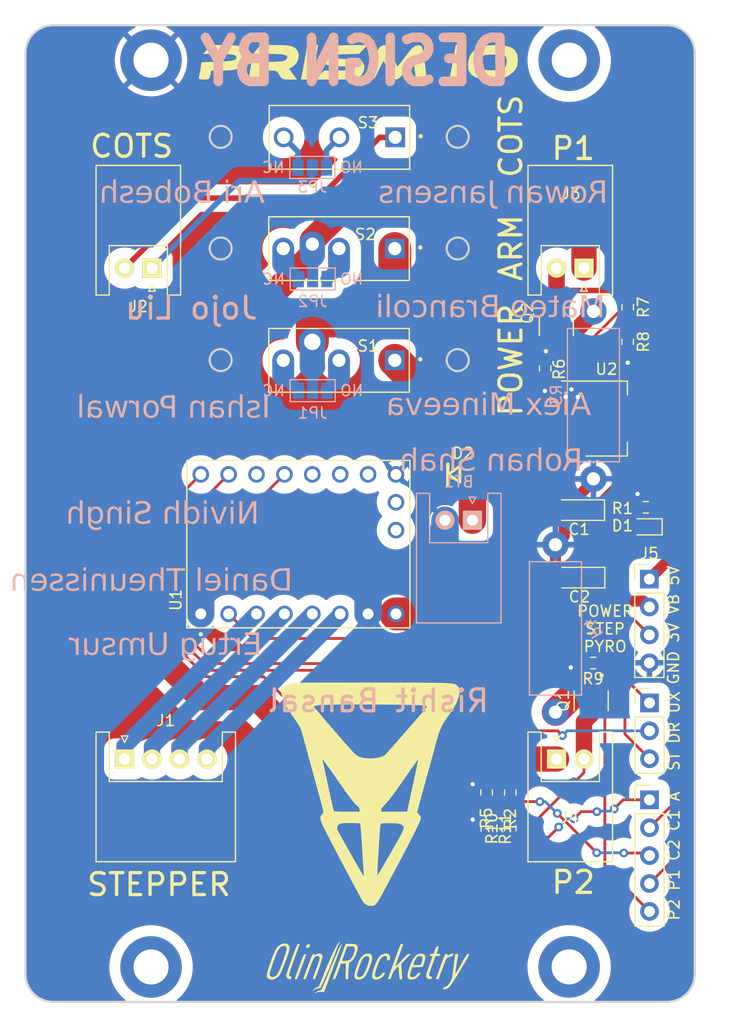
<source format=kicad_pcb>
(kicad_pcb (version 20221018) (generator pcbnew)
  (layers (0 "F.Cu" signal) (31 "B.Cu" signal) (34 "B.Paste" user) (35 "F.Paste" user) (36 "B.SilkS" user "B.Silkscreen") (37 "F.SilkS" user "F.Silkscreen") (38 "B.Mask" user) (39 "F.Mask" user) (44 "Edge.Cuts" user))
  (net 0 "")
  (net 1 "/ARM")
  (net 2 "/CONT 2")
  (net 3 "/CONT 1")
  (net 4 "/PYRO 2")
  (net 5 "/PYRO 1")
  (net 6 "/V_BATT")
  (net 7 "GND")
  (net 8 "/SWITCH1")
  (net 9 "Net-(BT1-+)")
  (net 10 "/5V")
  (net 11 "/V_IGNITOR")
  (net 12 "Net-(D1-K)")
  (net 13 "Net-(J1-Pin_1)")
  (net 14 "Net-(J1-Pin_2)")
  (net 15 "Net-(J1-Pin_3)")
  (net 16 "Net-(J1-Pin_4)")
  (net 17 "Net-(J2-Pin_1)")
  (net 18 "Net-(J2-Pin_2)")
  (net 19 "Net-(J3-Pin_2)")
  (net 20 "Net-(J4-Pin_2)")
  (net 21 "Net-(JP1-A)")
  (net 22 "Net-(JP1-B)")
  (net 23 "Net-(JP2-A)")
  (net 24 "Net-(JP2-B)")
  (net 25 "Net-(JP3-A)")
  (net 26 "Net-(JP3-B)")
  (net 27 "/DIR")
  (net 28 "/STEP")
  (net 30 "/UART")
  (net 36 "Net-(Q2-Pad2)")
  (net 37 "Net-(Q1-Pad2)")
  (net 38 "/3.3V")
  (footprint "Connector_PinHeader_2.54mm:PinHeader_1x04_P2.54mm_Vertical" (layer "F.Cu") (at 174.21 100.97)
    (fp_text reference "J5" (at 0 -2.33) (layer "F.SilkS"))
    (fp_text value "Conn_01x04_Socket")
    (pad "1" thru_hole rect (at 0 0) (size 1.7 1.7) (drill 1) (layers "*.Cu" "*.Mask") (net 10 "/5V"))
    (pad "2" thru_hole oval (at 0 2.54) (size 1.7 1.7) (drill 1) (layers "*.Cu" "*.Mask") (net 6 "/V_BATT"))
    (pad "3" thru_hole oval (at 0 5.08) (size 1.7 1.7) (drill 1) (layers "*.Cu" "*.Mask") (net 38 "/3.3V"))
    (pad "4" thru_hole oval (at 0 7.62) (size 1.7 1.7) (drill 1) (layers "*.Cu" "*.Mask") (net 7 "GND"))
  )
  (footprint "rocketry_footprints:SOT95P280X125-3N" (layer "F.Cu") (at 165.735 77.9175 90)
    (fp_text reference "Q2" (at 1.175 -2.635 90) (layer "F.SilkS"))
    (fp_text value "AO3400A")
    (pad "1" smd roundrect (at -1.255 -0.95 90) (size 1.21 0.59) (layers "F.Cu" "F.Paste" "F.Mask") (roundrect_rratio 0.15) (net 5 "/PYRO 1"))
    (pad "2" smd roundrect (at -1.255 0.95 90) (size 1.21 0.59) (layers "F.Cu" "F.Paste" "F.Mask") (roundrect_rratio 0.15) (net 36 "Net-(Q2-Pad2)"))
    (pad "3" smd roundrect (at 1.255 0 90) (size 1.21 0.59) (layers "F.Cu" "F.Paste" "F.Mask") (roundrect_rratio 0.15) (net 19 "Net-(J3-Pin_2)"))
  )
  (footprint "LOGO" (layer "F.Cu") (at 148.7932 120.5484)
    (fp_text reference "G***" hide)
    (fp_text value "LOGO" hide)
  )
  (footprint "MountingHole:MountingHole_3.2mm_M3_DIN965_Pad_TopBottom" (layer "F.Cu") (at 128.821044 136.276378)
    (fp_text reference "H4")
    (fp_text value "MountingHole")
    (pad "1" thru_hole circle (at 0 0) (size 3.6 3.6) (drill 3.2) (layers "*.Cu" "*.Mask"))
    (pad "1" connect circle (at 0 0) (size 5.6 5.6) (layers "F.Cu" "F.Mask"))
    (pad "1" connect circle (at 0 0) (size 5.6 5.6) (layers "B.Cu" "B.Mask"))
  )
  (footprint "JLC_footprints:DO-214AC" (layer "F.Cu") (at 156.7 91.44)
    (fp_text reference "D2" (at 0.535 -1.921) (layer "F.SilkS"))
    (fp_text value "SS54")
    (pad "A" smd rect (at 2.05 0) (size 1.8 1.7) (layers "F.Cu" "F.Paste" "F.Mask") (net 9 "Net-(BT1-+)"))
    (pad "C" smd rect (at -2.05 0) (size 1.8 1.7) (layers "F.Cu" "F.Paste" "F.Mask") (net 8 "/SWITCH1"))
  )
  (footprint "Connectors_JST.pretty-master:JST_XH_S02B-XH-A_02x2.50mm_Angled" (layer "F.Cu") (at 128.9104 72.665 180)
    (fp_text reference "J2" (at 1.25 -3.5 180) (layer "F.SilkS"))
    (fp_text value "COTS_SWITCH_PLUG")
    (pad "1" thru_hole rect (at 0 0 180) (size 1.75 1.75) (drill 1) (layers "*.Cu" "*.Mask" "F.SilkS") (net 17 "Net-(J2-Pin_1)"))
    (pad "2" thru_hole circle (at 2.5 0 180) (size 1.75 1.75) (drill 1) (layers "*.Cu" "*.Mask" "F.SilkS") (net 18 "Net-(J2-Pin_2)"))
  )
  (footprint "Sensors:SW_D2F-01F" (layer "F.Cu") (at 145.943176 81.059176 180)
    (fp_text reference "S1" (at -2.646824 1.303176) (layer "F.SilkS"))
    (fp_text value "POWER" (at -15.651624 0.033176 90) (layer "F.SilkS") (effects (font (size 2 2) (thickness 0.3))))
    (pad "1" thru_hole rect (at -5.08 0 180) (size 1.8 1.8) (drill 1.2) (layers "*.Cu" "*.Mask") (net 8 "/SWITCH1"))
    (pad "2" thru_hole circle (at 0 0 180) (size 1.8 1.8) (drill 1.2) (layers "*.Cu" "*.Mask") (net 21 "Net-(JP1-A)"))
    (pad "3" thru_hole circle (at 5.08 0 180) (size 1.8 1.8) (drill 1.2) (layers "*.Cu" "*.Mask") (net 22 "Net-(JP1-B)"))
  )
  (footprint "Resistor_SMD:R_0603_1608Metric" (layer "F.Cu") (at 164.719 81.788 -90)
    (fp_text reference "R6" (at 0.0762 -1.27 90) (layer "F.SilkS"))
    (fp_text value "10k")
    (pad "1" smd roundrect (at -0.825 0 270) (size 0.8 0.95) (layers "F.Cu" "F.Paste" "F.Mask") (net 5 "/PYRO 1"))
    (pad "2" smd roundrect (at 0.825 0 270) (size 0.8 0.95) (layers "F.Cu" "F.Paste" "F.Mask") (net 7 "GND"))
  )
  (footprint "Resistor_SMD:R_0603_1608Metric" (layer "F.Cu") (at 172.2374 79.375 -90)
    (fp_text reference "R8" (at 0 -1.43 90) (layer "F.SilkS"))
    (fp_text value "15K")
    (pad "1" smd roundrect (at -0.825 0 270) (size 0.8 0.95) (layers "F.Cu" "F.Paste" "F.Mask") (net 3 "/CONT 1"))
    (pad "2" smd roundrect (at 0.825 0 270) (size 0.8 0.95) (layers "F.Cu" "F.Paste" "F.Mask") (net 7 "GND"))
  )
  (footprint "LED_SMD:LED_0603_1608Metric" (layer "F.Cu") (at 173.8884 96.2152 180)
    (fp_text reference "D1" (at 2.1336 0.1016) (layer "F.SilkS"))
    (fp_text value "LED")
    (pad "1" smd roundrect (at -0.7875 0 180) (size 0.875 0.95) (layers "F.Cu" "F.Paste" "F.Mask") (net 12 "Net-(D1-K)"))
    (pad "2" smd roundrect (at 0.7875 0 180) (size 0.875 0.95) (layers "F.Cu" "F.Paste" "F.Mask") (net 6 "/V_BATT"))
  )
  (footprint "Capacitor_Tantalum_SMD:CP_EIA-3216-18_Kemet-A" (layer "F.Cu") (at 167.814 94.6912 180)
    (fp_text reference "C1" (at 0 -1.75) (layer "F.SilkS"))
    (fp_text value "10uF")
    (pad "1" smd roundrect (at -1.35 0 180) (size 1.4 1.35) (layers "F.Cu" "F.Paste" "F.Mask") (roundrect_rratio 0.1851851852) (net 10 "/5V"))
    (pad "2" smd roundrect (at 1.35 0 180) (size 1.4 1.35) (layers "F.Cu" "F.Paste" "F.Mask") (roundrect_rratio 0.1851851852) (net 7 "GND"))
  )
  (footprint "LOGO" (layer "F.Cu") (at 148.488041 136.146188)
    (fp_text reference "G***" hide)
    (fp_text value "LOGO" hide)
  )
  (footprint "Connectors_JST.pretty-master:JST_XH_S02B-XH-A_02x2.50mm_Angled" (layer "F.Cu") (at 168.255 72.665 180)
    (fp_text reference "J3" (at 1.1738 6.7774 180) (layer "F.SilkS"))
    (fp_text value "PYRO 1")
    (pad "1" thru_hole rect (at 0 0 180) (size 1.75 1.75) (drill 1) (layers "*.Cu" "*.Mask" "F.SilkS") (net 11 "/V_IGNITOR"))
    (pad "2" thru_hole circle (at 2.5 0 180) (size 1.75 1.75) (drill 1) (layers "*.Cu" "*.Mask" "F.SilkS") (net 19 "Net-(J3-Pin_2)"))
  )
  (footprint "Sensors:SW_D2F-01F" (layer "F.Cu") (at 145.943058 70.888941 180)
    (fp_text reference "S2" (at -2.392942 1.292941) (layer "F.SilkS"))
    (fp_text value "ARM" (at -15.651742 0.073741 90) (layer "F.SilkS") (effects (font (size 2 2) (thickness 0.3))))
    (pad "1" thru_hole rect (at -5.08 0 180) (size 1.8 1.8) (drill 1.2) (layers "*.Cu" "*.Mask") (net 6 "/V_BATT"))
    (pad "2" thru_hole circle (at 0 0 180) (size 1.8 1.8) (drill 1.2) (layers "*.Cu" "*.Mask") (net 23 "Net-(JP2-A)"))
    (pad "3" thru_hole circle (at 5.08 0 180) (size 1.8 1.8) (drill 1.2) (layers "*.Cu" "*.Mask") (net 24 "Net-(JP2-B)"))
  )
  (footprint "MountingHole:MountingHole_3.2mm_M3_DIN965_Pad_TopBottom" (layer "F.Cu") (at 166.909025 53.739054)
    (fp_text reference "H3" hide)
    (fp_text value "MountingHole")
    (pad "1" thru_hole circle (at 0 0) (size 3.6 3.6) (drill 3.2) (layers "*.Cu" "*.Mask"))
    (pad "1" connect circle (at 0 0) (size 5.6 5.6) (layers "F.Cu" "F.Mask"))
    (pad "1" connect circle (at 0 0) (size 5.6 5.6) (layers "B.Cu" "B.Mask"))
  )
  (footprint "Resistor_SMD:R_0603_1608Metric" (layer "F.Cu") (at 159.385 120.396 -90)
    (fp_text reference "R5" (at 2.3368 0.0254 90) (layer "F.SilkS"))
    (fp_text value "15k")
    (pad "1" smd roundrect (at -0.825 0 270) (size 0.8 0.95) (layers "F.Cu" "F.Paste" "F.Mask") (net 7 "GND"))
    (pad "2" smd roundrect (at 0.825 0 270) (size 0.8 0.95) (layers "F.Cu" "F.Paste" "F.Mask") (net 1 "/ARM"))
  )
  (footprint "Connector_PinHeader_2.54mm:PinHeader_1x05_P2.54mm_Vertical" (layer "F.Cu") (at 174.22394 121.061705)
    (fp_text reference "Pyro2" hide)
    (fp_text value "Conn_01x05_Socket" hide)
    (pad "1" thru_hole rect (at 0 0) (size 1.7 1.7) (drill 1) (layers "*.Cu" "*.Mask") (net 2 "/CONT 2"))
    (pad "2" thru_hole oval (at 0 2.54) (size 1.7 1.7) (drill 1) (layers "*.Cu" "*.Mask") (net 3 "/CONT 1"))
    (pad "3" thru_hole oval (at 0 5.08) (size 1.7 1.7) (drill 1) (layers "*.Cu" "*.Mask") (net 1 "/ARM"))
    (pad "4" thru_hole oval (at 0 7.62) (size 1.7 1.7) (drill 1) (layers "*.Cu" "*.Mask") (net 5 "/PYRO 1"))
    (pad "5" thru_hole oval (at 0 10.16) (size 1.7 1.7) (drill 1) (layers "*.Cu" "*.Mask") (net 4 "/PYRO 2"))
  )
  (footprint "Connectors_JST.pretty-master:JST_XH_S02B-XH-A_02x2.50mm_Angled" (layer "F.Cu") (at 165.755 117.34841)
    (fp_text reference "J4" (at 1.1738 5.33359) (layer "F.SilkS"))
    (fp_text value "PYRO 2")
    (pad "1" thru_hole rect (at 0 0) (size 1.75 1.75) (drill 1) (layers "*.Cu" "*.Mask" "F.SilkS") (net 11 "/V_IGNITOR"))
    (pad "2" thru_hole circle (at 2.5 0) (size 1.75 1.75) (drill 1) (layers "*.Cu" "*.Mask" "F.SilkS") (net 20 "Net-(J4-Pin_2)"))
  )
  (footprint "Resistor_SMD:R_0603_1608Metric" (layer "F.Cu") (at 161.544 123.6472 -90)
    (fp_text reference "R10" (at 0.0254 1.6764 90) (layer "F.SilkS"))
    (fp_text value "56K")
    (pad "1" smd roundrect (at -0.825 0 270) (size 0.8 0.95) (layers "F.Cu" "F.Paste" "F.Mask") (net 20 "Net-(J4-Pin_2)"))
    (pad "2" smd roundrect (at 0.825 0 270) (size 0.8 0.95) (layers "F.Cu" "F.Paste" "F.Mask") (net 2 "/CONT 2"))
  )
  (footprint "Resistor_SMD:R_0603_1608Metric" (layer "F.Cu") (at 173.8884 94.4372)
    (fp_text reference "R1" (at -2.1336 0.1016) (layer "F.SilkS"))
    (fp_text value "1k")
    (pad "1" smd roundrect (at -0.825 0) (size 0.8 0.95) (layers "F.Cu" "F.Paste" "F.Mask") (net 7 "GND"))
    (pad "2" smd roundrect (at 0.825 0) (size 0.8 0.95) (layers "F.Cu" "F.Paste" "F.Mask") (net 12 "Net-(D1-K)"))
  )
  (footprint "AO3400A:SOT95P280X125-3N" (layer "F.Cu") (at 168.91 112.0491 -90)
    (fp_text reference "Q1" (at 0 2.54 90) (layer "F.SilkS"))
    (fp_text value "AO3400A")
    (pad "1" smd roundrect (at -1.255 -0.95 270) (size 1.21 0.59) (layers "F.Cu" "F.Paste" "F.Mask") (roundrect_rratio 0.15) (net 4 "/PYRO 2"))
    (pad "2" smd roundrect (at -1.255 0.95 270) (size 1.21 0.59) (layers "F.Cu" "F.Paste" "F.Mask") (roundrect_rratio 0.15) (net 37 "Net-(Q1-Pad2)"))
    (pad "3" smd roundrect (at 1.255 0 270) (size 1.21 0.59) (layers "F.Cu" "F.Paste" "F.Mask") (roundrect_rratio 0.15) (net 20 "Net-(J4-Pin_2)"))
  )
  (footprint "Connectors_JST.pretty-master:JST_XH_S04B-XH-A_04x2.50mm_Angled" (layer "F.Cu") (at 126.4104 117.34841)
    (fp_text reference "J1" (at 3.75 -3.5) (layer "F.SilkS"))
    (fp_text value "Conn_01x04_Socket")
    (pad "1" thru_hole rect (at 0 0) (size 1.75 1.75) (drill 1) (layers "*.Cu" "*.Mask" "F.SilkS") (net 13 "Net-(J1-Pin_1)"))
    (pad "2" thru_hole circle (at 2.5 0) (size 1.75 1.75) (drill 1) (layers "*.Cu" "*.Mask" "F.SilkS") (net 14 "Net-(J1-Pin_2)"))
    (pad "3" thru_hole circle (at 5 0) (size 1.75 1.75) (drill 1) (layers "*.Cu" "*.Mask" "F.SilkS") (net 15 "Net-(J1-Pin_3)"))
    (pad "4" thru_hole circle (at 7.5 0) (size 1.75 1.75) (drill 1) (layers "*.Cu" "*.Mask" "F.SilkS") (net 16 "Net-(J1-Pin_4)"))
  )
  (footprint "TMC2209_SILENTSTEPSTICK:MODULE_TMC2209_SILENTSTEPSTICK" (layer "F.Cu") (at 142.24 97.79 90)
    (fp_text reference "U1" (at -5.075 -11.155 90) (layer "F.SilkS"))
    (fp_text value "TMC2209_SILENTSTEPSTICK" hide)
    (pad "1" thru_hole rect (at -6.35 -8.89 90) (size 1.508 1.508) (drill 1) (layers "*.Cu" "*.Mask") (net 7 "GND"))
    (pad "2" thru_hole circle (at -6.35 -6.35 90) (size 1.508 1.508) (drill 1) (layers "*.Cu" "*.Mask") (net 38 "/3.3V"))
    (pad "3" thru_hole circle (at -6.35 -3.81 90) (size 1.508 1.508) (drill 1) (layers "*.Cu" "*.Mask") (net 13 "Net-(J1-Pin_1)"))
    (pad "4" thru_hole circle (at -6.35 -1.27 90) (size 1.508 1.508) (drill 1) (layers "*.Cu" "*.Mask") (net 14 "Net-(J1-Pin_2)"))
    (pad "5" thru_hole circle (at -6.35 1.27 90) (size 1.508 1.508) (drill 1) (layers "*.Cu" "*.Mask") (net 15 "Net-(J1-Pin_3)"))
    (pad "6" thru_hole circle (at -6.35 3.81 90) (size 1.508 1.508) (drill 1) (layers "*.Cu" "*.Mask") (net 16 "Net-(J1-Pin_4)"))
    (pad "7" thru_hole circle (at -6.35 6.35 90) (size 1.508 1.508) (drill 1) (layers "*.Cu" "*.Mask") (net 7 "GND"))
    (pad "8" thru_hole circle (at -6.35 8.89 90) (size 1.508 1.508) (drill 1) (layers "*.Cu" "*.Mask") (net 6 "/V_BATT"))
    (pad "9" thru_hole circle (at 6.35 -8.89 90) (size 1.508 1.508) (drill 1) (layers "*.Cu" "*.Mask") (net 27 "/DIR"))
    (pad "10" thru_hole circle (at 6.35 -6.35 90) (size 1.508 1.508) (drill 1) (layers "*.Cu" "*.Mask") (net 28 "/STEP"))
    (pad "11" thru_hole circle (at 6.35 -3.81 90) (size 1.508 1.508) (drill 1) (layers "*.Cu" "*.Mask"))
    (pad "12" thru_hole circle (at 6.35 -1.27 90) (size 1.508 1.508) (drill 1) (layers "*.Cu" "*.Mask") (net 30 "/UART"))
    (pad "13" thru_hole circle (at 6.35 1.27 90) (size 1.508 1.508) (drill 1) (layers "*.Cu" "*.Mask"))
    (pad "14" thru_hole circle (at 6.35 3.81 90) (size 1.508 1.508) (drill 1) (layers "*.Cu" "*.Mask"))
    (pad "15" thru_hole circle (at 6.35 6.35 90) (size 1.508 1.508) (drill 1) (layers "*.Cu" "*.Mask"))
    (pad "16" thru_hole circle (at 6.35 8.89 90) (size 1.508 1.508) (drill 1) (layers "*.Cu" "*.Mask") (net 7 "GND"))
    (pad "17" thru_hole circle (at 1.27 8.89 90) (size 1.508 1.508) (drill 1) (layers "*.Cu" "*.Mask"))
    (pad "18" thru_hole circle (at 3.81 8.89 90) (size 1.508 1.508) (drill 1) (layers "*.Cu" "*.Mask"))
  )
  (footprint "Resistor_SMD:R_0603_1608Metric" (layer "F.Cu") (at 159.4104 123.698 90)
    (fp_text reference "R11" (at 0 1.6764 90) (layer "F.SilkS"))
    (fp_text value "15K")
    (pad "1" smd roundrect (at -0.825 0 90) (size 0.8 0.95) (layers "F.Cu" "F.Paste" "F.Mask") (net 2 "/CONT 2"))
    (pad "2" smd roundrect (at 0.825 0 90) (size 0.8 0.95) (layers "F.Cu" "F.Paste" "F.Mask") (net 7 "GND"))
  )
  (footprint "MountingHole:MountingHole_3.2mm_M3_DIN965_Pad_TopBottom" (layer "F.Cu") (at 166.902698 136.268782)
    (fp_text reference "H2")
    (fp_text value "MountingHole")
    (pad "1" thru_hole circle (at 0 0) (size 3.6 3.6) (drill 3.2) (layers "*.Cu" "*.Mask"))
    (pad "1" connect circle (at 0 0) (size 5.6 5.6) (layers "F.Cu" "F.Mask"))
    (pad "1" connect circle (at 0 0) (size 5.6 5.6) (layers "B.Cu" "B.Mask"))
  )
  (footprint "LOGO" (layer "F.Cu") (at 147.574 54.102)
    (fp_text reference "" (at 0 0) (layer "F.SilkS") (effects (font (size 1.524 1.524) (thickness 0.3))))
    (fp_text value "LOGO" hide)
  )
  (footprint "Resistor_SMD:R_0603_1608Metric" (layer "F.Cu") (at 172.2374 76.2254 -90)
    (fp_text reference "R7" (at 0 -1.43 90) (layer "F.SilkS"))
    (fp_text value "56k")
    (pad "1" smd roundrect (at -0.825 0 270) (size 0.8 0.95) (layers "F.Cu" "F.Paste" "F.Mask") (net 19 "Net-(J3-Pin_2)"))
    (pad "2" smd roundrect (at 0.825 0 270) (size 0.8 0.95) (layers "F.Cu" "F.Paste" "F.Mask") (net 3 "/CONT 1"))
  )
  (footprint "Sensors:SW_D2F-01F" (layer "F.Cu") (at 145.979176 60.76247 180)
    (fp_text reference "S3" (at -2.610824 1.32647) (layer "F.SilkS"))
    (fp_text value "COTS" (at -15.615624 0.10727 90) (layer "F.SilkS") (effects (font (size 2 2) (thickness 0.3))))
    (pad "1" thru_hole rect (at -5.08 0 180) (size 1.8 1.8) (drill 1.2) (layers "*.Cu" "*.Mask") (net 18 "Net-(J2-Pin_2)"))
    (pad "2" thru_hole circle (at 0 0 180) (size 1.8 1.8) (drill 1.2) (layers "*.Cu" "*.Mask") (net 25 "Net-(JP3-A)"))
    (pad "3" thru_hole circle (at 5.08 0 180) (size 1.8 1.8) (drill 1.2) (layers "*.Cu" "*.Mask") (net 26 "Net-(JP3-B)"))
  )
  (footprint "Resistor_SMD:R_0603_1608Metric" (layer "F.Cu") (at 161.544 120.396 90)
    (fp_text reference "R2" (at -2.3876 0 90) (layer "F.SilkS"))
    (fp_text value "56k")
    (pad "1" smd roundrect (at -0.825 0 90) (size 0.8 0.95) (layers "F.Cu" "F.Paste" "F.Mask") (net 1 "/ARM"))
    (pad "2" smd roundrect (at 0.825 0 90) (size 0.8 0.95) (layers "F.Cu" "F.Paste" "F.Mask") (net 11 "/V_IGNITOR"))
  )
  (footprint "Capacitor_Tantalum_SMD:CP_EIA-3216-18_Kemet-A" (layer "F.Cu") (at 167.8432 100.838 180)
    (fp_text reference "C2" (at 0 -1.75) (layer "F.SilkS"))
    (fp_text value "10uF")
    (pad "1" smd roundrect (at -1.35 0 180) (size 1.4 1.35) (layers "F.Cu" "F.Paste" "F.Mask") (roundrect_rratio 0.1851851852) (net 6 "/V_BATT"))
    (pad "2" smd roundrect (at 1.35 0 180) (size 1.4 1.35) (layers "F.Cu" "F.Paste" "F.Mask") (roundrect_rratio 0.1851851852) (net 7 "GND"))
  )
  (footprint "Package_TO_SOT_SMD:SOT-223-3_TabPin2" (layer "F.Cu") (at 170.3 86.36)
    (fp_text reference "U2" (at 0 -4.5) (layer "F.SilkS"))
    (fp_text value "LD1117S12TR_SOT223")
    (pad "1" smd rect (at -3.15 -2.3) (size 2 1.5) (layers "F.Cu" "F.Paste" "F.Mask") (net 7 "GND"))
    (pad "2" smd rect (at -3.15 0) (size 2 1.5) (layers "F.Cu" "F.Paste" "F.Mask") (net 10 "/5V"))
    (pad "2" smd rect (at 3.15 0) (size 2 3.8) (layers "F.Cu" "F.Paste" "F.Mask") (net 10 "/5V"))
    (pad "3" smd rect (at -3.15 2.3) (size 2 1.5) (layers "F.Cu" "F.Paste" "F.Mask") (net 6 "/V_BATT"))
  )
  (footprint "MountingHole:MountingHole_3.2mm_M3_DIN965_Pad_TopBottom" (layer "F.Cu") (at 128.816 53.739054)
    (fp_text reference "H1")
    (fp_text value "MountingHole_Pad")
    (pad "1" thru_hole circle (at 0 0) (size 3.6 3.6) (drill 3.2) (layers "*.Cu" "*.Mask") (net 7 "GND"))
    (pad "1" connect circle (at 0 0) (size 5.6 5.6) (layers "F.Cu" "F.Mask") (net 7 "GND"))
    (pad "1" connect circle (at 0 0) (size 5.6 5.6) (layers "B.Cu" "B.Mask") (net 7 "GND"))
  )
  (footprint "Connector_PinHeader_2.54mm:PinHeader_1x03_P2.54mm_Vertical" (layer "F.Cu") (at 174.22394 112.241705)
    (fp_text reference "Stepper2" hide)
    (fp_text value "Conn_01x03_Socket" hide)
    (pad "1" thru_hole rect (at 0 0) (size 1.7 1.7) (drill 1) (layers "*.Cu" "*.Mask") (net 30 "/UART"))
    (pad "2" thru_hole oval (at 0 2.54) (size 1.7 1.7) (drill 1) (layers "*.Cu" "*.Mask") (net 27 "/DIR"))
    (pad "3" thru_hole oval (at 0 5.08) (size 1.7 1.7) (drill 1) (layers "*.Cu" "*.Mask") (net 28 "/STEP"))
  )
  (footprint "Resistor_SMD:R_0603_1608Metric" (layer "F.Cu") (at 169.0878 108.6104 180)
    (fp_text reference "R9" (at 0 -1.43) (layer "F.SilkS"))
    (fp_text value "10k")
    (pad "1" smd roundrect (at -0.825 0 180) (size 0.8 0.95) (layers "F.Cu" "F.Paste" "F.Mask") (net 4 "/PYRO 2"))
    (pad "2" smd roundrect (at 0.825 0 180) (size 0.8 0.95) (layers "F.Cu" "F.Paste" "F.Mask") (net 7 "GND"))
  )
  (footprint "Connectors_JST.pretty-master:JST_XH_S02B-XH-A_02x2.50mm_Angled" (layer "B.Cu") (at 158.095 95.61 180)
    (fp_text reference "BT1" (at 1.25 3.5) (layer "B.SilkS") (effects (justify mirror)))
    (fp_text value "~")
    (pad "1" thru_hole rect (at 0 0 180) (size 1.75 1.75) (drill 1) (layers "*.Cu" "*.Mask" "B.SilkS") (net 9 "Net-(BT1-+)"))
    (pad "2" thru_hole circle (at 2.5 0 180) (size 1.75 1.75) (drill 1) (layers "*.Cu" "*.Mask" "B.SilkS") (net 7 "GND"))
  )
  (footprint "Resistor_THT:R_Axial_DIN0414_L11.9mm_D4.5mm_P15.24mm_Horizontal" (layer "B.Cu") (at 165.6588 113.0808 90)
    (fp_text reference "R4" (at 7.62 3.370001 120) (layer "B.SilkS") (effects (justify mirror)))
    (fp_text value "6.8")
    (pad "1" thru_hole circle (at 0 0 90) (size 2.4 2.4) (drill 1.2) (layers "*.Cu" "*.Mask") (net 37 "Net-(Q1-Pad2)"))
    (pad "2" thru_hole oval (at 15.24 0 90) (size 2.4 2.4) (drill 1.2) (layers "*.Cu" "*.Mask") (net 7 "GND"))
  )
  (footprint "Jumper:SolderJumper-3_P1.3mm_Open_Pad1.0x1.5mm_NumberLabels" (layer "B.Cu") (at 143.51 63.5 180)
    (fp_text reference "JP3" (at 0 -1.778) (layer "B.SilkS") (effects (justify mirror)))
    (fp_text value "Jumper")
    (fp_text user "NO" (at -3.556 0) (layer "B.SilkS") (effects (justify mirror)))
    (fp_text user "NC" (at 3.556 0) (layer "B.SilkS") (effects (justify mirror)))
    (pad "1" smd rect (at -1.3 0 180) (size 1 1.5) (layers "B.Cu" "B.Mask") (net 25 "Net-(JP3-A)"))
    (pad "2" smd rect (at 0 0 180) (size 1 1.5) (layers "B.Cu" "B.Mask") (net 17 "Net-(J2-Pin_1)"))
    (pad "3" smd rect (at 1.3 0 180) (size 1 1.5) (layers "B.Cu" "B.Mask") (net 26 "Net-(JP3-B)"))
  )
  (footprint "Jumper:SolderJumper-3_P1.3mm_Open_Pad1.0x1.5mm_NumberLabels" (layer "B.Cu") (at 143.54 73.66 180)
    (fp_text reference "JP2" (at 0 -2.032) (layer "B.SilkS") (effects (justify mirror)))
    (fp_text value "Jumper")
    (fp_text user "NO" (at -3.556 0) (layer "B.SilkS") (effects (justify mirror)))
    (fp_text user "NC" (at 3.556 0) (layer "B.SilkS") (effects (justify mirror)))
    (pad "1" smd rect (at -1.3 0 180) (size 1 1.5) (layers "B.Cu" "B.Mask") (net 23 "Net-(JP2-A)"))
    (pad "2" smd rect (at 0 0 180) (size 1 1.5) (layers "B.Cu" "B.Mask") (net 11 "/V_IGNITOR"))
    (pad "3" smd rect (at 1.3 0 180) (size 1 1.5) (layers "B.Cu" "B.Mask") (net 24 "Net-(JP2-B)"))
  )
  (footprint "Resistor_THT:R_Axial_DIN0414_L11.9mm_D4.5mm_P15.24mm_Horizontal" (layer "B.Cu") (at 169.1132 76.6064 -90)
    (fp_text reference "R3" (at 7.62 3.37 90) (layer "B.SilkS") (effects (justify mirror)))
    (fp_text value "6.8")
    (pad "1" thru_hole circle (at 0 0 270) (size 2.4 2.4) (drill 1.2) (layers "*.Cu" "*.Mask") (net 36 "Net-(Q2-Pad2)"))
    (pad "2" thru_hole oval (at 15.24 0 270) (size 2.4 2.4) (drill 1.2) (layers "*.Cu" "*.Mask") (net 7 "GND"))
  )
  (footprint "Jumper:SolderJumper-3_P1.3mm_Open_Pad1.0x1.5mm_NumberLabels" (layer "B.Cu") (at 143.54 83.82 180)
    (fp_text reference "JP1" (at 0 -2.032) (layer "B.SilkS") (effects (justify mirror)))
    (fp_text value "Jumper")
    (fp_text user "NC" (at 3.556 0) (layer "B.SilkS") (effects (justify mirror)))
    (fp_text user "NO" (at -3.556 0) (layer "B.SilkS") (effects (justify mirror)))
    (pad "1" smd rect (at -1.3 0 180) (size 1 1.5) (layers "B.Cu" "B.Mask") (net 21 "Net-(JP1-A)"))
    (pad "2" smd rect (at 0 0 180) (size 1 1.5) (layers "B.Cu" "B.Mask") (net 6 "/V_BATT"))
    (pad "3" smd rect (at 1.3 0 180) (size 1 1.5) (layers "B.Cu" "B.Mask") (net 22 "Net-(JP1-B)"))
  )
  (gr_circle (center 156.75394 70.876705) (end 157.75394 70.876705) (stroke (width 0.2)) (fill none) (layer "Edge.Cuts"))
  (gr_circle (center 135.16394 70.876705) (end 136.16394 70.876705) (stroke (width 0.2)) (fill none) (layer "Edge.Cuts"))
  (gr_line (start 119.92394 139.456705) (end 175.80394 139.456705) (stroke (width 0.2)) (layer "Edge.Cuts"))
  (gr_line (start 117.38394 53.096705) (end 117.38394 136.916705) (stroke (width 0.2)) (layer "Edge.Cuts"))
  (gr_circle (center 135.16394 81.036705) (end 136.16394 81.036705) (stroke (width 0.2)) (fill none) (layer "Edge.Cuts"))
  (gr_line (start 175.80394 50.556705) (end 119.92394 50.556705) (stroke (width 0.2)) (layer "Edge.Cuts"))
  (gr_line (start 178.34394 136.916705) (end 178.34394 53.096705) (stroke (width 0.2)) (layer "Edge.Cuts"))
  (gr_circle (center 135.16394 60.716705) (end 136.16394 60.716705) (stroke (width 0.2)) (fill none) (layer "Edge.Cuts"))
  (gr_arc (start 175.80394 50.556705) (mid 177.599991 51.300654) (end 178.34394 53.096705) (stroke (width 0.2)) (layer "Edge.Cuts"))
  (gr_circle (center 156.75394 60.716705) (end 157.75394 60.716705) (stroke (width 0.2)) (fill none) (layer "Edge.Cuts"))
  (gr_arc (start 178.34394 136.916705) (mid 177.599991 138.712756) (end 175.80394 139.456705) (stroke (width 0.2)) (layer "Edge.Cuts"))
  (gr_arc (start 117.38394 53.096705) (mid 118.127889 51.300654) (end 119.92394 50.556705) (stroke (width 0.2)) (layer "Edge.Cuts"))
  (gr_circle (center 156.75394 81.036705) (end 157.75394 81.036705) (stroke (width 0.2)) (fill none) (layer "Edge.Cuts"))
  (gr_arc (start 119.92394 139.456705) (mid 118.127889 138.712756) (end 117.38394 136.916705) (stroke (width 0.2)) (layer "Edge.Cuts"))
  (gr_text "DESIGN BY" (at 162.02 56.2) (layer "B.SilkS") (effects (font (size 4 3.5) (thickness 0.875) bold) (justify left bottom mirror)))
  (gr_text "Ertug Umsur" (at 138.938 108.204) (layer "B.SilkS") (effects (font (size 2 2)) (justify left bottom mirror)))
  (gr_text "Rishit Bansal" (at 159.77 113.22) (layer "B.SilkS") (effects (font (size 2 2) (thickness 0.3)) (justify left bottom mirror)))
  (gr_text "Nividh Singh" (at 138.684 96.266) (layer "B.SilkS") (effects (font (size 2 2)) (justify left bottom mirror)))
  (gr_text "Rowan Jansens" (at 170.434 67.056) (layer "B.SilkS") (effects (font (size 2 2)) (justify left bottom mirror)))
  (gr_text "Ishan Porwal" (at 139.7 86.614) (layer "B.SilkS") (effects (font (size 2 2)) (justify left bottom mirror)))
  (gr_text "Ari Bobesh" (at 139.192 67.056) (layer "B.SilkS") (effects (font (size 2 2)) (justify left bottom mirror)))
  (gr_text "Mateo Brancoli" (at 170.18 77.47) (layer "B.SilkS") (effects (font (size 2 2)) (justify left bottom mirror)))
  (gr_text "Rohan Shah" (at 168.148 91.44) (layer "B.SilkS") (effects (font (size 2 2)) (justify left bottom mirror)))
  (gr_text "Alex Mineeva" (at 168.91 86.36) (layer "B.SilkS") (effects (font (size 2 2)) (justify left bottom mirror)))
  (gr_text "Jojo Liu" (at 138.684 77.47) (layer "B.SilkS") (effects (font (size 2 2) (thickness 0.3)) (justify left bottom mirror)))
  (gr_text "Daniel Theunissen" (at 141.732 102.362) (layer "B.SilkS") (effects (font (size 2 2)) (justify left bottom mirror)))
  (gr_text "P1" (at 167.2844 61.7728) (layer "F.SilkS") (effects (font (size 2 2) (thickness 0.3))))
  (gr_text "ST DR UX\n" (at 177.038 114.808 90) (layer "F.SilkS") (effects (font (size 1 1)) (justify bottom)))
  (gr_text "GND 3V VB 5V" (at 176.9872 105.156 90) (layer "F.SilkS") (effects (font (size 1 1)) (justify bottom)))
  (gr_text "COTS" (at 127.0508 61.5696) (layer "F.SilkS") (effects (font (size 2 2) (thickness 0.3))))
  (gr_text "P2" (at 167.2844 128.5748) (layer "F.SilkS") (effects (font (size 2 2) (thickness 0.3))))
  (gr_text "STEPPER" (at 129.54 128.778) (layer "F.SilkS") (effects (font (size 2 2) (thickness 0.3))))
  (gr_text "P2 P1 C2 C1 A" (at 177.038 126.1872 90) (layer "F.SilkS") (effects (font (size 1 1)) (justify bottom)))
  (gr_text "POWER\nSTEP\nPYRO" (at 170.18 107.696) (layer "F.SilkS") (effects (font (size 1 1)) (justify bottom)))
  (segment (start 169.41 125.88) (end 169.5 125.86) (width 0.25) (layer "F.Cu") (net 1))
  (segment (start 169.39 125.86) (end 169.41 125.88) (width 0.25) (layer "F.Cu") (net 1))
  (segment (start 159.385 121.221) (end 161.544 121.221) (width 0.25) (layer "F.Cu") (net 1))
  (segment (start 171.884281 125.905143) (end 173.987378 125.905143) (width 0.25) (layer "F.Cu") (net 1))
  (segment (start 161.544 121.221) (end 164.2232 121.221) (width 0.25) (layer "F.Cu") (net 1))
  (segment (start 173.987378 125.905143) (end 174.22394 126.141705) (width 0.25) (layer "F.Cu") (net 1))
  (segment (start 164.2232 121.221) (end 164.2364 121.2342) (width 0.25) (layer "F.Cu") (net 1))
  (segment (start 165.83 122.3) (end 169.39 125.86) (width 0.25) (layer "F.Cu") (net 1))
  (via (at 169.41 125.88) (size 0.8) (drill 0.4) (layers "F.Cu" "B.Cu") (net 1))
  (via (at 171.884281 125.905143) (size 0.8) (drill 0.4) (layers "F.Cu" "B.Cu") (net 1))
  (via (at 164.2364 121.2342) (size 0.8) (drill 0.4) (layers "F.Cu" "B.Cu") (net 1))
  (via (at 165.83 122.3) (size 0.8) (drill 0.4) (layers "F.Cu" "B.Cu") (net 1))
  (segment (start 164.2364 121.2342) (end 164.408895 121.061705) (width 0.25) (layer "B.Cu") (net 1))
  (segment (start 171.805143 125.88) (end 171.78 125.88) (width 0.25) (layer "B.Cu") (net 1))
  (segment (start 169.41 125.88) (end 171.754857 125.88) (width 0.25) (layer "B.Cu") (net 1))
  (segment (start 164.7342 121.2342) (end 165.8 122.3) (width 0.25) (layer "B.Cu") (net 1))
  (segment (start 171.754857 125.88) (end 171.884281 125.905143) (width 0.25) (layer "B.Cu") (net 1))
  (segment (start 164.2364 121.2342) (end 164.7342 121.2342) (width 0.25) (layer "B.Cu") (net 1))
  (segment (start 165.83 122.33) (end 165.74 122.24) (width 0.25) (layer "B.Cu") (net 1))
  (segment (start 165.8 122.3) (end 165.83 122.3) (width 0.25) (layer "B.Cu") (net 1))
  (segment (start 171.884281 125.905143) (end 171.805143 125.88) (width 0.25) (layer "B.Cu") (net 1))
  (segment (start 165.83 122.3) (end 165.83 122.33) (width 0.25) (layer "B.Cu") (net 1))
  (segment (start 174.22394 121.061705) (end 171.818295 121.061705) (width 0.25) (layer "F.Cu") (net 2))
  (segment (start 161.544 124.4722) (end 159.4612 124.4722) (width 0.25) (layer "F.Cu") (net 2))
  (segment (start 169.43 122.14) (end 167.99 122.14) (width 0.25) (layer "F.Cu") (net 2))
  (segment (start 171.01 121.89) (end 170.99 121.89) (width 0.25) (layer "F.Cu") (net 2))
  (segment (start 165.95 123.54) (end 165.0178 124.4722) (width 0.25) (layer "F.Cu") (net 2))
  (segment (start 167.99 122.14) (end 167.35 122.78) (width 0.25) (layer "F.Cu") (net 2))
  (segment (start 167.35 122.79) (end 167.34 122.79) (width 0.25) (layer "F.Cu") (net 2))
  (segment (start 161.4932 124.523) (end 161.544 124.4722) (width 0.25) (layer "F.Cu") (net 2))
  (segment (start 170.99 121.89) (end 171.01 121.87) (width 0.25) (layer "F.Cu") (net 2))
  (segment (start 165.0178 124.4722) (end 161.544 124.4722) (width 0.25) (layer "F.Cu") (net 2))
  (segment (start 167.35 122.78) (end 167.35 122.79) (width 0.25) (layer "F.Cu") (net 2))
  (segment (start 159.4612 124.4722) (end 159.4104 124.523) (width 0.25) (layer "F.Cu") (net 2))
  (segment (start 171.01 121.87) (end 171.01 121.89) (width 0.25) (layer "F.Cu") (net 2))
  (segment (start 171.818295 121.061705) (end 171.01 121.87) (width 0.25) (layer "F.Cu") (net 2))
  (segment (start 167.34 122.79) (end 167.3 122.83) (width 0.25) (layer "F.Cu") (net 2))
  (via (at 169.43 122.14) (size 0.8) (drill 0.4) (layers "F.Cu" "B.Cu") (net 2))
  (via (at 171.01 121.89) (size 0.8) (drill 0.4) (layers "F.Cu" "B.Cu") (net 2))
  (via (at 167.35 122.79) (size 0.8) (drill 0.4) (layers "F.Cu" "B.Cu") (net 2))
  (via (at 165.95 123.54) (size 0.8) (drill 0.4) (layers "F.Cu" "B.Cu") (net 2))
  (segment (start 165.93 123.54) (end 165.94 123.53) (width 0.25) (layer "B.Cu") (net 2))
  (segment (start 171.01 121.89) (end 170.81 122.09) (width 0.25) (layer "B.Cu") (net 2))
  (segment (start 169.47 122.09) (end 169.52 122.09) (width 0.25) (layer "B.Cu") (net 2))
  (segment (start 165.95 123.54) (end 165.93 123.54) (width 0.25) (layer "B.Cu") (net 2))
  (segment (start 167.35 122.79) (end 166.68 122.79) (width 0.25) (layer "B.Cu") (net 2))
  (segment (start 165.95 123.52) (end 165.95 123.54) (width 0.25) (layer "B.Cu") (net 2))
  (segment (start 169.43 122.14) (end 169.47 122.09) (width 0.25) (layer "B.Cu") (net 2))
  (segment (start 169.57 122.09) (end 169.43 122.14) (width 0.25) (layer "B.Cu") (net 2))
  (segment (start 170.81 122.09) (end 169.57 122.09) (width 0.25) (layer "B.Cu") (net 2))
  (segment (start 166.68 122.79) (end 165.95 123.52) (width 0.25) (layer "B.Cu") (net 2))
  (segment (start 176.7332 121.092445) (end 174.22394 123.601705) (width 0.25) (layer "F.Cu") (net 3))
  (segment (start 172.2374 77.0504) (end 172.2374 78.55) (width 0.25) (layer "F.Cu") (net 3))
  (segment (start 172.2374 78.55) (end 176.7332 83.0458) (width 0.25) (layer "F.Cu") (net 3))
  (segment (start 176.7332 83.0458) (end 176.7332 121.092445) (width 0.25) (layer "F.Cu") (net 3))
  (segment (start 169.86 110.7941) (end 170.155 111.0891) (width 0.25) (layer "F.Cu") (net 4))
  (segment (start 169.9128 110.7413) (end 169.86 110.7941) (width 0.25) (layer "F.Cu") (net 4))
  (segment (start 169.926 110.7281) (end 169.86 110.7941) (width 0.25) (layer "F.Cu") (net 4))
  (segment (start 169.9128 108.6104) (end 169.9128 110.7413) (width 0.25) (layer "F.Cu") (net 4))
  (segment (start 170.155 127.152765) (end 174.22394 131.221705) (width 0.25) (layer "F.Cu") (net 4))
  (segment (start 170.155 111.0891) (end 170.155 127.152765) (width 0.25) (layer "F.Cu") (net 4))
  (segment (start 167.1188 80.963) (end 171.4374 76.6444) (width 0.25) (layer "F.Cu") (net 5))
  (segment (start 177.292 80.6704) (end 177.292 125.613645) (width 0.25) (layer "F.Cu") (net 5))
  (segment (start 164.785 80.897) (end 164.719 80.963) (width 0.25) (layer "F.Cu") (net 5))
  (segment (start 171.4374 76.6444) (end 171.4374 76.627396) (width 0.25) (layer "F.Cu") (net 5))
  (segment (start 177.292 125.613645) (end 174.22394 128.681705) (width 0.25) (layer "F.Cu") (net 5))
  (segment (start 171.4374 76.627396) (end 171.739396 76.3254) (width 0.25) (layer "F.Cu") (net 5))
  (segment (start 164.719 80.963) (end 167.1188 80.963) (width 0.25) (layer "F.Cu") (net 5))
  (segment (start 172.947 76.3254) (end 177.292 80.6704) (width 0.25) (layer "F.Cu") (net 5))
  (segment (start 164.785 79.1725) (end 164.785 80.897) (width 0.25) (layer "F.Cu") (net 5))
  (segment (start 171.739396 76.3254) (end 172.947 76.3254) (width 0.25) (layer "F.Cu") (net 5))
  (segment (start 174.21 103.51) (end 173.6716 102.9716) (width 1) (layer "F.Cu") (net 6))
  (segment (start 166.84 88.97) (end 163.3412 88.97) (width 1.5) (layer "F.Cu") (net 6))
  (segment (start 171.3268 102.9716) (end 171.38 102.9716) (width 1) (layer "F.Cu") (net 6))
  (segment (start 156.951942 75.671942) (end 161.7218 80.4418) (width 3) (layer "F.Cu") (net 6))
  (segment (start 173.6716 102.9716) (end 161.8234 102.9716) (width 1) (layer "F.Cu") (net 6))
  (segment (start 151.023058 70.888941) (end 151.023058 75.671942) (width 3) (layer "F.Cu") (net 6))
  (segment (start 173.1009 96.9303) (end 169.1932 100.838) (width 0.508) (layer "F.Cu") (net 6))
  (segment (start 151.023058 75.671942) (end 149.225 77.47) (width 3) (layer "F.Cu") (net 6))
  (segment (start 161.8234 102.9716) (end 161.7218 103.0732) (width 1) (layer "F.Cu") (net 6))
  (segment (start 161.7218 80.4418) (end 161.7218 87.3506) (width 3) (layer "F.Cu") (net 6))
  (segment (start 161.7218 87.3506) (end 161.7218 90.7542) (width 3) (layer "F.Cu") (net 6))
  (segment (start 160.655 104.14) (end 162.0562 104.14) (width 1) (layer "F.Cu") (net 6))
  (segment (start 161.7218 90.7542) (end 161.7218 103.0732) (width 3) (layer "F.Cu") (net 6))
  (segment (start 151.023058 75.671942) (end 156.951942 75.671942) (width 3) (layer "F.Cu") (net 6))
  (segment (start 161.784 90.692) (end 161.7218 90.7542) (width 1.5) (layer "F.Cu") (net 6))
  (segment (start 169.1932 100.838) (end 171.3268 102.9716) (width 1) (layer "F.Cu") (net 6))
  (segment (start 163.3412 88.97) (end 161.7218 87.3506) (width 1.5) (layer "F.Cu") (net 6))
  (segment (start 160.655 104.14) (end 151.13 104.14) (width 3) (layer "F.Cu") (net 6))
  (segment (start 143.51 77.47) (end 143.51 79.375) (width 3) (layer "F.Cu") (net 6))
  (segment (start 161.7218 103.0732) (end 160.655 104.14) (width 3) (layer "F.Cu") (net 6))
  (segment (start 149.225 77.47) (end 143.51 77.47) (width 3) (layer "F.Cu") (net 6))
  (segment (start 167.15 88.66) (end 166.84 88.97) (width 1.5) (layer "F.Cu") (net 6))
  (segment (start 173.1009 96.2152) (end 173.1009 96.9303) (width 0.508) (layer "F.Cu") (net 6))
  (via (at 143.51 79.375) (size 2.5) (drill 1.5) (layers "F.Cu" "B.Cu") (net 6))
  (segment (start 143.54 81.945) (end 143.51 81.915) (width 0.508) (layer "B.Cu") (net 6))
  (segment (start 143.51 81.62) (end 143.54 81.62) (width 2.3) (layer "B.Cu") (net 6))
  (segment (start 143.51 79.375) (end 143.51 81.62) (width 2.3) (layer "B.Cu") (net 6))
  (segment (start 143.54 83.82) (end 143.54 81.945) (width 1) (layer "B.Cu") (net 6))
  (segment (start 166.464 94.6912) (end 166.464 97.0356) (width 1) (layer "F.Cu") (net 7))
  (segment (start 164.719 83.82) (end 164.6936 83.8454) (width 0.25) (layer "F.Cu") (net 7))
  (segment (start 169.1132 91.8464) (end 169.1132 92.042) (width 1) (layer "F.Cu") (net 7))
  (segment (start 167.4622 108.6104) (end 167.0558 109.0168) (width 0.25) (layer "F.Cu") (net 7))
  (segment (start 169.1132 92.042) (end 166.464 94.6912) (width 1) (layer "F.Cu") (net 7))
  (segment (start 173.0634 94.4372) (end 173.0634 93.281) (width 0.25) (layer "F.Cu") (net 7))
  (segment (start 172.2374 80.2) (end 172.2374 81.28) (width 0.25) (layer "F.Cu") (net 7))
  (segment (start 166.464 97.0356) (end 165.6588 97.8408) (width 1) (layer "F.Cu") (net 7))
  (segment (start 168.2628 108.6104) (end 167.4622 108.6104) (width 0.25) (layer "F.Cu") (net 7))
  (segment (start 173.0634 93.281) (end 173.1264 93.218) (width 0.25) (layer "F.Cu") (net 7))
  (segment (start 164.719 82.613) (end 164.719 83.82) (width 0.25) (layer "F.Cu") (net 7))
  (segment (start 165.6588 97.8408) (end 165.6588 100.0036) (width 1) (layer "F.Cu") (net 7))
  (segment (start 165.6588 100.0036) (end 166.4932 100.838) (width 1) (layer "F.Cu") (net 7))
  (segment (start 158.1282 122.873) (end 158.115 122.8598) (width 0.25) (layer "F.Cu") (net 7))
  (segment (start 158.178 119.571) (end 158.115 119.634) (width 0.25) (layer "F.Cu") (net 7))
  (segment (start 159.385 119.571) (end 158.178 119.571) (width 0.25) (layer "F.Cu") (net 7))
  (segment (start 159.4104 122.873) (end 158.1282 122.873) (width 0.25) (layer "F.Cu") (net 7))
  (via (at 172.2374 81.28) (size 0.8) (drill 0.4) (layers "F.Cu" "B.Cu") (net 7))
  (via (at 173.1264 93.218) (size 0.8) (drill 0.4) (layers "F.Cu" "B.Cu") (net 7))
  (via (at 167.11 83.7) (size 0.8) (drill 0.4) (layers "F.Cu" "B.Cu") (net 7))
  (via (at 158.115 119.634) (size 0.8) (drill 0.4) (layers "F.Cu" "B.Cu") (net 7))
  (via (at 167.0558 109.0168) (size 0.8) (drill 0.4) (layers "F.Cu" "B.Cu") (net 7))
  (via (at 158.115 122.8598) (size 0.8) (drill 0.4) (layers "F.Cu" "B.Cu") (net 7))
  (via (at 166.58 84.38) (size 0.8) (drill 0.4) (layers "F.Cu" "B.Cu") (net 7))
  (via (at 164.6936 83.8454) (size 0.8) (drill 0.4) (layers "F.Cu" "B.Cu") (net 7))
  (via (at 167.69 84.4) (size 0.8) (drill 0.4) (layers "F.Cu" "B.Cu") (net 7))
  (segment (start 155.595 97.77) (end 155.575 97.79) (width 2.5) (layer "B.Cu") (net 7))
  (segment (start 155.595 95.61) (end 155.595 97.77) (width 2.5) (layer "B.Cu") (net 7))
  (segment (start 148.59 104.14) (end 148.59 101.6) (width 2.5) (layer "B.Cu") (net 7))
  (segment (start 133.35 104.14) (end 133.35 101.6) (width 2.5) (layer "B.Cu") (net 7))
  (segment (start 151.023176 81.059176) (end 154.305 84.341) (width 3) (layer "F.Cu") (net 8))
  (segment (start 154.305 84.341) (end 154.305 91.095) (width 3) (layer "F.Cu") (net 8))
  (segment (start 154.305 91.095) (end 154.65 91.44) (width 3) (layer "F.Cu") (net 8))
  (segment (start 158.095 92.095) (end 158.75 91.44) (width 2.5) (layer "F.Cu") (net 9))
  (segment (start 158.095 95.61) (end 158.095 92.095) (width 2.5) (layer "F.Cu") (net 9))
  (segment (start 170.533 88.893) (end 168 86.36) (width 1) (layer "F.Cu") (net 10))
  (segment (start 173.45 88.893) (end 170.533 88.893) (width 1) (layer "F.Cu") (net 10))
  (segment (start 175.8134 99.3666) (end 174.21 100.97) (width 1) (layer "F.Cu") (net 10))
  (segment (start 168 86.36) (end 167.15 86.36) (width 1) (layer "F.Cu") (net 10))
  (segment (start 169.164 94.6912) (end 173.45 90.4052) (width 1) (layer "F.Cu") (net 10))
  (segment (start 173.45 90.4052) (end 173.45 88.893) (width 1) (layer "F.Cu") (net 10))
  (segment (start 175.8134 91.2564) (end 175.8134 99.3666) (width 1) (layer "F.Cu") (net 10))
  (segment (start 173.45 86.36) (end 173.45 88.893) (width 1) (layer "F.Cu") (net 10))
  (segment (start 173.45 88.893) (end 175.8134 91.2564) (width 1) (layer "F.Cu") (net 10))
  (segment (start 132.08 76.2) (end 128.27 80.01) (width 2.3) (layer "F.Cu") (net 11))
  (segment (start 138.73398 76.2) (end 132.08 76.2) (width 2.3) (layer "F.Cu") (net 11))
  (segment (start 143.51 70.485) (end 143.51 71.42398) (width 2.3) (layer "F.Cu") (net 11))
  (segment (start 164.805 66.04) (end 168.255 69.49) (width 2.3) (layer "F.Cu") (net 11))
  (segment (start 161.544 119.571) (end 161.544 117.47541) (width 0.25) (layer "F.Cu") (net 11))
  (segment (start 143.51 71.42398) (end 138.73398 76.2) (width 2.3) (layer "F.Cu") (net 11))
  (segment (start 161.671 117.34841) (end 165.755 117.34841) (width 2.3) (layer "F.Cu") (net 11))
  (segment (start 128.27 80.01) (end 128.27 106.68) (width 2.3) (layer "F.Cu") (net 11))
  (segment (start 143.51 70.140018) (end 147.610018 66.04) (width 2.3) (layer "F.Cu") (net 11))
  (segment (start 138.43 111.76) (end 144.01841 117.34841) (width 2.3) (layer "F.Cu") (net 11))
  (segment (start 147.610018 66.04) (end 164.805 66.04) (width 2.3) (layer "F.Cu") (net 11))
  (segment (start 168.255 69.49) (end 168.255 72.665) (width 2.3) (layer "F.Cu") (net 11))
  (segment (start 143.51 70.485) (end 143.51 70.140018) (width 2.3) (layer "F.Cu") (net 11))
  (segment (start 133.35 111.76) (end 138.43 111.76) (width 2.3) (layer "F.Cu") (net 11))
  (segment (start 144.01841 117.34841) (end 161.671 117.34841) (width 2.3) (layer "F.Cu") (net 11))
  (segment (start 128.27 106.68) (end 133.35 111.76) (width 2.3) (layer "F.Cu") (net 11))
  (segment (start 161.544 117.47541) (end 161.671 117.34841) (width 0.25) (layer "F.Cu") (net 11))
  (via (at 143.51 70.485) (size 2.3) (drill 1.2) (layers "F.Cu" "B.Cu") (net 11))
  (segment (start 143.51 70.485) (end 143.51 71.46) (width 2.3) (layer "B.Cu") (net 11))
  (segment (start 143.54 71.49) (end 143.54 73.66) (width 1) (layer "B.Cu") (net 11))
  (segment (start 143.51 71.46) (end 143.54 71.49) (width 0.508) (layer "B.Cu") (net 11))
  (segment (start 174.6759 94.4747) (end 174.7134 94.4372) (width 0.25) (layer "F.Cu") (net 12))
  (segment (start 174.6759 96.2152) (end 174.6759 94.4747) (width 0.25) (layer "F.Cu") (net 12))
  (segment (start 126.4104 116.1596) (end 126.4104 117.34841) (width 1.5) (layer "B.Cu") (net 13))
  (segment (start 138.43 104.14) (end 126.4104 116.1596) (width 1.5) (layer "B.Cu") (net 13))
  (segment (start 128.9104 116.1996) (end 128.9104 117.34841) (width 1.5) (layer "B.Cu") (net 14))
  (segment (start 140.97 104.14) (end 128.9104 116.1996) (width 1.5) (layer "B.Cu") (net 14))
  (segment (start 143.51 104.14) (end 131.4104 116.2396) (width 1.5) (layer "B.Cu") (net 15))
  (segment (start 131.4104 116.2396) (end 131.4104 117.34841) (width 1.5) (layer "B.Cu") (net 15))
  (segment (start 146.05 104.14) (end 146.05 104.2416) (width 1.5) (layer "B.Cu") (net 16))
  (segment (start 146.05 104.2416) (end 133.9104 116.3812) (width 1.5) (layer "B.Cu") (net 16))
  (segment (start 133.9104 116.3812) (end 133.9104 117.34841) (width 1.5) (layer "B.Cu") (net 16))
  (segment (start 143.164 64.704) (end 136.8714 64.704) (width 0.508) (layer "B.Cu") (net 17))
  (segment (start 143.51 63.5) (end 143.51 64.1) (width 0.25) (layer "B.Cu") (net 17))
  (segment (start 143.51 63.5) (end 143.51 64.358) (width 0.508) (layer "B.Cu") (net 17))
  (segment (start 143.51 64.358) (end 143.164 64.704) (width 0.508) (layer "B.Cu") (net 17))
  (segment (start 136.8714 64.704) (end 128.9104 72.665) (width 0.508) (layer "B.Cu") (net 17))
  (segment (start 151.059176 60.76247) (end 149.651176 60.76247) (width 0.508) (layer "F.Cu") (net 18))
  (segment (start 149.651176 60.76247) (end 144.119646 66.294) (width 0.508) (layer "F.Cu") (net 18))
  (segment (start 132.7814 66.294) (end 126.4104 72.665) (width 0.508) (layer "F.Cu") (net 18))
  (segment (start 144.119646 66.294) (end 132.7814 66.294) (width 0.508) (layer "F.Cu") (net 18))
  (segment (start 165.8795 76.518) (end 165.735 76.6625) (width 0.25) (layer "F.Cu") (net 19))
  (segment (start 171.5384 74.7014) (end 165.755 74.7014) (width 0.508) (layer "F.Cu") (net 19))
  (segment (start 165.755 74.7014) (end 165.755 76.6425) (width 1.5) (layer "F.Cu") (net 19))
  (segment (start 172.2374 75.4004) (end 171.5384 74.7014) (width 0.508) (layer "F.Cu") (net 19))
  (segment (start 165.755 72.665) (end 165.755 74.7014) (width 1.5) (layer "F.Cu") (net 19))
  (segment (start 165.755 76.6425) (end 165.735 76.6625) (width 1.5) (layer "F.Cu") (net 19))
  (segment (start 168.255 117.34841) (end 168.255 118.585846) (width 0.25) (layer "F.Cu") (net 20))
  (segment (start 164.018646 122.8222) (end 161.544 122.8222) (width 0.25) (layer "F.Cu") (net 20))
  (segment (start 168.255 117.34841) (end 168.255 113.9591) (width 1.5) (layer "F.Cu") (net 20))
  (segment (start 168.255 113.9591) (end 168.91 113.3041) (width 1.5) (layer "F.Cu") (net 20))
  (segment (start 168.255 118.585846) (end 164.018646 122.8222) (width 0.25) (layer "F.Cu") (net 20))
  (segment (start 145.943176 82.716824) (end 145.943176 81.059176) (width 2) (layer "B.Cu") (net 21))
  (segment (start 144.84 83.82) (end 145.943176 82.716824) (width 1.2) (layer "B.Cu") (net 21))
  (segment (start 140.863176 82.443176) (end 140.863176 81.059176) (width 2) (layer "B.Cu") (net 22))
  (segment (start 142.24 83.82) (end 140.863176 82.443176) (width 1.2) (layer "B.Cu") (net 22))
  (segment (start 144.84 73.66) (end 145.943058 72.556942) (width 1.2) (layer "B.Cu") (net 23))
  (segment (start 145.943058 72.556942) (end 145.943058 70.888941) (width 2) (layer "B.Cu") (net 23))
  (segment (start 140.863058 72.283058) (end 140.863058 70.888941) (width 2) (layer "B.Cu") (net 24))
  (segment (start 142.24 73.66) (end 140.863058 72.283058) (width 1.2) (layer "B.Cu") (net 24))
  (segment (start 144.81 63.5) (end 144.81 61.931646) (width 0.508) (layer "B.Cu") (net 25))
  (segment (start 144.81 61.931646) (end 145.979176 60.76247) (width 0.508) (layer "B.Cu") (net 25))
  (segment (start 142.21 62.073294) (end 140.899176 60.76247) (width 0.508) (layer "B.Cu") (net 26))
  (segment (start 142.21 63.5) (end 142.21 62.073294) (width 0.508) (layer "B.Cu") (net 26))
  (segment (start 133.35 91.44) (end 130.175 94.615) (width 0.25) (layer "F.Cu") (net 27))
  (segment (start 139.065 109.855) (end 143.991705 114.781705) (width 0.25) (layer "F.Cu") (net 27))
  (segment (start 130.175 106.1974) (end 133.8326 109.855) (width 0.25) (layer "F.Cu") (net 27))
  (segment (start 143.991705 114.781705) (end 165.861105 114.781705) (width 0.25) (layer "F.Cu") (net 27))
  (segment (start 130.175 94.615) (end 130.175 106.1974) (width 0.25) (layer "F.Cu") (net 27))
  (segment (start 165.861105 114.781705) (end 166.2938 115.2144) (width 0.25) (layer "F.Cu") (net 27))
  (segment (start 133.8326 109.855) (end 139.065 109.855) (width 0.25) (layer "F.Cu") (net 27))
  (via (at 166.2938 115.2144) (size 0.8) (drill 0.4) (layers "F.Cu" "B.Cu") (net 27))
  (segment (start 166.2938 115.2144) (end 166.726495 114.781705) (width 0.25) (layer "B.Cu") (net 27))
  (segment (start 166.726495 114.781705) (end 174.22394 114.781705) (width 0.25) (layer "B.Cu") (net 27))
  (segment (start 167.4368 107.4674) (end 170.4848 107.4674) (width 0.25) (layer "F.Cu") (net 28))
  (segment (start 130.81 96.52) (end 130.81 105.8164) (width 0.25) (layer "F.Cu") (net 28))
  (segment (start 135.89 91.44) (end 130.81 96.52) (width 0.25) (layer "F.Cu") (net 28))
  (segment (start 171.9834 115.081165) (end 174.22394 117.321705) (width 0.25) (layer "F.Cu") (net 28))
  (segment (start 165.6334 109.2708) (end 167.4368 107.4674) (width 0.25) (layer "F.Cu") (net 28))
  (segment (start 170.4848 107.4674) (end 171.9834 108.966) (width 0.25) (layer "F.Cu") (net 28))
  (segment (start 171.9834 108.966) (end 171.9834 115.081165) (width 0.25) (layer "F.Cu") (net 28))
  (segment (start 134.2644 109.2708) (end 165.6334 109.2708) (width 0.25) (layer "F.Cu") (net 28))
  (segment (start 130.81 105.8164) (end 134.2644 109.2708) (width 0.25) (layer "F.Cu") (net 28))
  (segment (start 136.525 93.345) (end 131.445 98.425) (width 0.25) (layer "F.Cu") (net 30))
  (segment (start 170.8658 106.9848) (end 172.6692 108.7882) (width 0.25) (layer "F.Cu") (net 30))
  (segment (start 172.6692 108.7882) (end 172.6692 110.686965) (width 0.25) (layer "F.Cu") (net 30))
  (segment (start 134.5692 108.6612) (end 165.3286 108.6612) (width 0.25) (layer "F.Cu") (net 30))
  (segment (start 131.445 98.425) (end 131.445 105.537) (width 0.25) (layer "F.Cu") (net 30))
  (segment (start 139.065 93.345) (end 136.525 93.345) (width 0.25) (layer "F.Cu") (net 30))
  (segment (start 131.445 105.537) (end 134.5692 108.6612) (width 0.25) (layer "F.Cu") (net 30))
  (segment (start 172.6692 110.686965) (end 174.22394 112.241705) (width 0.25) (layer "F.Cu") (net 30))
  (segment (start 167.005 106.9848) (end 170.8658 106.9848) (width 0.25) (layer "F.Cu") (net 30))
  (segment (start 165.3286 108.6612) (end 167.005 106.9848) (width 0.25) (layer "F.Cu") (net 30))
  (segment (start 140.97 91.44) (end 139.065 93.345) (width 0.25) (layer "F.Cu") (net 30))
  (segment (start 169.1132 76.7443) (end 166.685 79.1725) (width 1.5) (layer "F.Cu") (net 36))
  (segment (start 169.1132 76.6064) (end 169.1132 76.7443) (width 1.5) (layer "F.Cu") (net 36))
  (segment (start 167.9455 110.7941) (end 165.6588 113.0808) (width 2.5) (layer "F.Cu") (net 37))
  (segment (start 167.96 110.7941) (end 167.9455 110.7941) (width 2.5) (layer "F.Cu") (net 37))
  (segment (start 172.7572 104.5972) (end 163.322 104.5972) (width 0.25) (layer "F.Cu") (net 38))
  (segment (start 174.21 106.05) (end 172.7572 104.5972) (width 0.25) (layer "F.Cu") (net 38))
  (segment (start 138.1252 106.3752) (end 135.89 104.14) (width 0.25) (layer "F.Cu") (net 38))
  (segment (start 161.544 106.3752) (end 138.1252 106.3752) (width 0.25) (layer "F.Cu") (net 38))
  (segment (start 163.322 104.5972) (end 161.544 106.3752) (width 0.25) (layer "F.Cu") (net 38))
  (zone (net 7) (net_name "GND") (layer "F.Cu") (priority 1) (connect_pads (clearance 1)) (min_thickness 0.25) (fill yes (thermal_gap 0.5) (thermal_bridge_width 0.5))
    (polygon (pts (xy 115.21 48.31) (xy 115.19 141.48) (xy 179.58 141.39) (xy 179.48 48.83)))
  )
  (zone (net 7) (net_name "GND") (layer "B.Cu") (connect_pads (clearance 1)) (min_thickness 0.254) (fill yes (thermal_gap 0.508) (thermal_bridge_width 0.508))
    (polygon (pts (xy 179.832 141.224) (xy 115.062 141.478) (xy 115.062 48.26) (xy 179.578 48.768)))
  )
)
</source>
